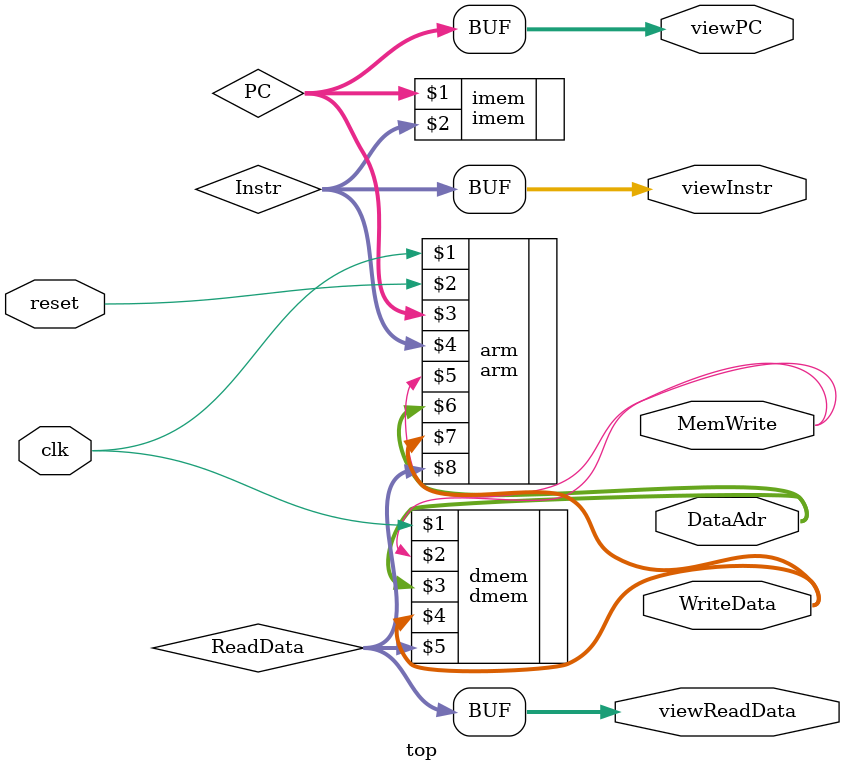
<source format=sv>
module top(input  logic        clk, reset,
           output logic [31:0] WriteData, DataAdr,
           output logic        MemWrite,
           output logic [31:0] viewPC,
           output logic [31:0] viewInstr,
           output logic [31:0] viewReadData);

  logic [31:0] PC, Instr, ReadData;

  // instantiate processor and memories
  arm arm(clk, reset, PC, Instr, MemWrite, DataAdr,
          WriteData, ReadData);
  imem imem(PC, Instr);
  dmem dmem(clk, MemWrite, DataAdr, WriteData, ReadData);
  assign viewPC = PC;
  assign viewInstr = Instr;
  assign viewReadData = ReadData;

endmodule
</source>
